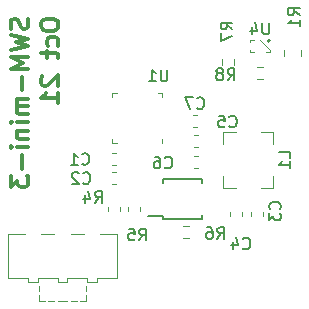
<source format=gbr>
%TF.GenerationSoftware,KiCad,Pcbnew,(5.1.10)-1*%
%TF.CreationDate,2021-10-03T20:24:18-05:00*%
%TF.ProjectId,wireless_measurement_ard,77697265-6c65-4737-935f-6d6561737572,rev?*%
%TF.SameCoordinates,Original*%
%TF.FileFunction,Legend,Bot*%
%TF.FilePolarity,Positive*%
%FSLAX46Y46*%
G04 Gerber Fmt 4.6, Leading zero omitted, Abs format (unit mm)*
G04 Created by KiCad (PCBNEW (5.1.10)-1) date 2021-10-03 20:24:18*
%MOMM*%
%LPD*%
G01*
G04 APERTURE LIST*
%ADD10C,0.300000*%
%ADD11C,0.120000*%
%ADD12C,0.200000*%
%ADD13C,0.150000*%
G04 APERTURE END LIST*
D10*
X112108142Y-75664714D02*
X112179571Y-75879000D01*
X112179571Y-76236142D01*
X112108142Y-76379000D01*
X112036714Y-76450428D01*
X111893857Y-76521857D01*
X111751000Y-76521857D01*
X111608142Y-76450428D01*
X111536714Y-76379000D01*
X111465285Y-76236142D01*
X111393857Y-75950428D01*
X111322428Y-75807571D01*
X111251000Y-75736142D01*
X111108142Y-75664714D01*
X110965285Y-75664714D01*
X110822428Y-75736142D01*
X110751000Y-75807571D01*
X110679571Y-75950428D01*
X110679571Y-76307571D01*
X110751000Y-76521857D01*
X110679571Y-77021857D02*
X112179571Y-77379000D01*
X111108142Y-77664714D01*
X112179571Y-77950428D01*
X110679571Y-78307571D01*
X112179571Y-78879000D02*
X110679571Y-78879000D01*
X111751000Y-79379000D01*
X110679571Y-79879000D01*
X112179571Y-79879000D01*
X111608142Y-80593285D02*
X111608142Y-81736142D01*
X112179571Y-82450428D02*
X111179571Y-82450428D01*
X111322428Y-82450428D02*
X111251000Y-82521857D01*
X111179571Y-82664714D01*
X111179571Y-82879000D01*
X111251000Y-83021857D01*
X111393857Y-83093285D01*
X112179571Y-83093285D01*
X111393857Y-83093285D02*
X111251000Y-83164714D01*
X111179571Y-83307571D01*
X111179571Y-83521857D01*
X111251000Y-83664714D01*
X111393857Y-83736142D01*
X112179571Y-83736142D01*
X112179571Y-84450428D02*
X111179571Y-84450428D01*
X110679571Y-84450428D02*
X110751000Y-84379000D01*
X110822428Y-84450428D01*
X110751000Y-84521857D01*
X110679571Y-84450428D01*
X110822428Y-84450428D01*
X111179571Y-85164714D02*
X112179571Y-85164714D01*
X111322428Y-85164714D02*
X111251000Y-85236142D01*
X111179571Y-85379000D01*
X111179571Y-85593285D01*
X111251000Y-85736142D01*
X111393857Y-85807571D01*
X112179571Y-85807571D01*
X112179571Y-86521857D02*
X111179571Y-86521857D01*
X110679571Y-86521857D02*
X110751000Y-86450428D01*
X110822428Y-86521857D01*
X110751000Y-86593285D01*
X110679571Y-86521857D01*
X110822428Y-86521857D01*
X111608142Y-87236142D02*
X111608142Y-88379000D01*
X110679571Y-88950428D02*
X110679571Y-89879000D01*
X111251000Y-89379000D01*
X111251000Y-89593285D01*
X111322428Y-89736142D01*
X111393857Y-89807571D01*
X111536714Y-89879000D01*
X111893857Y-89879000D01*
X112036714Y-89807571D01*
X112108142Y-89736142D01*
X112179571Y-89593285D01*
X112179571Y-89164714D01*
X112108142Y-89021857D01*
X112036714Y-88950428D01*
X113229571Y-76021857D02*
X113229571Y-76307571D01*
X113301000Y-76450428D01*
X113443857Y-76593285D01*
X113729571Y-76664714D01*
X114229571Y-76664714D01*
X114515285Y-76593285D01*
X114658142Y-76450428D01*
X114729571Y-76307571D01*
X114729571Y-76021857D01*
X114658142Y-75879000D01*
X114515285Y-75736142D01*
X114229571Y-75664714D01*
X113729571Y-75664714D01*
X113443857Y-75736142D01*
X113301000Y-75879000D01*
X113229571Y-76021857D01*
X114658142Y-77950428D02*
X114729571Y-77807571D01*
X114729571Y-77521857D01*
X114658142Y-77379000D01*
X114586714Y-77307571D01*
X114443857Y-77236142D01*
X114015285Y-77236142D01*
X113872428Y-77307571D01*
X113801000Y-77379000D01*
X113729571Y-77521857D01*
X113729571Y-77807571D01*
X113801000Y-77950428D01*
X113729571Y-78379000D02*
X113729571Y-78950428D01*
X113229571Y-78593285D02*
X114515285Y-78593285D01*
X114658142Y-78664714D01*
X114729571Y-78807571D01*
X114729571Y-78950428D01*
X113372428Y-80521857D02*
X113301000Y-80593285D01*
X113229571Y-80736142D01*
X113229571Y-81093285D01*
X113301000Y-81236142D01*
X113372428Y-81307571D01*
X113515285Y-81379000D01*
X113658142Y-81379000D01*
X113872428Y-81307571D01*
X114729571Y-80450428D01*
X114729571Y-81379000D01*
X114729571Y-82807571D02*
X114729571Y-81950428D01*
X114729571Y-82379000D02*
X113229571Y-82379000D01*
X113443857Y-82236142D01*
X113586714Y-82093285D01*
X113658142Y-81950428D01*
D11*
%TO.C,U4*%
X131317900Y-77424100D02*
X130950900Y-77424100D01*
X130950900Y-77424100D02*
X130950900Y-77636100D01*
X131317900Y-77424100D02*
X130950900Y-77424100D01*
X130950900Y-77424100D02*
X130950900Y-77636100D01*
X131317900Y-78512100D02*
X130950900Y-78512100D01*
X130950900Y-78512100D02*
X130950900Y-78300100D01*
X131317900Y-77424100D02*
X130950900Y-77424100D01*
X130950900Y-77424100D02*
X130950900Y-77636100D01*
X132291900Y-78512100D02*
X132658900Y-78512100D01*
X132658900Y-78512100D02*
X132658900Y-78300100D01*
X131804900Y-77424100D02*
X132658900Y-78278100D01*
D12*
X132638900Y-77544100D02*
G75*
G03*
X132638900Y-77544100I-100000J0D01*
G01*
D11*
%TO.C,R1*%
X135279200Y-78839852D02*
X135279200Y-78317348D01*
X133859200Y-78839852D02*
X133859200Y-78317348D01*
%TO.C,R7*%
X128573000Y-79109476D02*
X128573000Y-79618924D01*
X129618000Y-79109476D02*
X129618000Y-79618924D01*
%TO.C,C7*%
X126446267Y-84810000D02*
X126153733Y-84810000D01*
X126446267Y-83790000D02*
X126153733Y-83790000D01*
%TO.C,SW1*%
X111862000Y-93858000D02*
X110462000Y-93858000D01*
X110462000Y-93858000D02*
X110462000Y-97658000D01*
X119662000Y-97658000D02*
X119662000Y-93858000D01*
X119662000Y-93858000D02*
X118262000Y-93858000D01*
X113262000Y-93858000D02*
X114362000Y-93858000D01*
X114362000Y-93858000D02*
X114362000Y-93858000D01*
X115762000Y-93858000D02*
X116862000Y-93858000D01*
X116862000Y-93858000D02*
X116862000Y-93858000D01*
X110462000Y-97658000D02*
X112162000Y-97658000D01*
X112162000Y-97658000D02*
X112162000Y-97958000D01*
X112162000Y-97958000D02*
X112962000Y-97958000D01*
X112962000Y-97958000D02*
X112962000Y-97658000D01*
X112962000Y-97658000D02*
X114662000Y-97658000D01*
X114662000Y-97658000D02*
X114662000Y-97958000D01*
X114662000Y-97958000D02*
X115462000Y-97958000D01*
X115462000Y-97958000D02*
X115462000Y-97658000D01*
X115462000Y-97658000D02*
X117162000Y-97658000D01*
X117162000Y-97658000D02*
X117162000Y-97958000D01*
X117162000Y-97958000D02*
X117962000Y-97958000D01*
X117962000Y-97958000D02*
X117962000Y-97658000D01*
X117962000Y-97658000D02*
X119662000Y-97658000D01*
X119662000Y-97658000D02*
X119662000Y-97658000D01*
X117062000Y-99558000D02*
X117062000Y-99058000D01*
X117062000Y-99058000D02*
X117062000Y-99058000D01*
X117062000Y-99558000D02*
X116562000Y-99558000D01*
X116562000Y-99558000D02*
X116562000Y-99558000D01*
X113062000Y-99558000D02*
X113562000Y-99558000D01*
X113562000Y-99558000D02*
X113562000Y-99558000D01*
X113062000Y-99558000D02*
X113062000Y-99058000D01*
X113062000Y-99058000D02*
X113062000Y-99058000D01*
X113062000Y-98758000D02*
X113062000Y-98258000D01*
X113062000Y-98258000D02*
X113062000Y-98258000D01*
X117062000Y-98758000D02*
X117062000Y-98258000D01*
X117062000Y-98258000D02*
X117062000Y-98258000D01*
X116262000Y-99558000D02*
X115762000Y-99558000D01*
X115762000Y-99558000D02*
X115762000Y-99558000D01*
X113862000Y-99558000D02*
X114362000Y-99558000D01*
X114362000Y-99558000D02*
X114362000Y-99558000D01*
X114662000Y-99558000D02*
X115462000Y-99558000D01*
X115462000Y-99558000D02*
X115462000Y-99558000D01*
%TO.C,U1*%
X123522000Y-82314000D02*
X123522000Y-81964000D01*
X123522000Y-81964000D02*
X123172000Y-81964000D01*
X119302000Y-85834000D02*
X119302000Y-86184000D01*
X119302000Y-86184000D02*
X119652000Y-86184000D01*
X119302000Y-82314000D02*
X119302000Y-81964000D01*
X119302000Y-81964000D02*
X119652000Y-81964000D01*
X123522000Y-85834000D02*
X123522000Y-86184000D01*
%TO.C,R8*%
X132057224Y-79754200D02*
X131547776Y-79754200D01*
X132057224Y-80799200D02*
X131547776Y-80799200D01*
%TO.C,L1*%
X128700000Y-85245000D02*
X129725000Y-85245000D01*
X128700000Y-85245000D02*
X128700000Y-86270000D01*
X128700000Y-90015000D02*
X128700000Y-88990000D01*
X128700000Y-90015000D02*
X129725000Y-90015000D01*
X132920000Y-90015000D02*
X131895000Y-90015000D01*
X132920000Y-85245000D02*
X131895000Y-85245000D01*
X132920000Y-90015000D02*
X132920000Y-88990000D01*
X132920000Y-85245000D02*
X132920000Y-86270000D01*
D13*
%TO.C,U3*%
X123547000Y-92607000D02*
X123547000Y-92382000D01*
X126897000Y-92607000D02*
X126897000Y-92307000D01*
X126897000Y-89257000D02*
X126897000Y-89557000D01*
X123547000Y-89257000D02*
X123547000Y-89557000D01*
X123547000Y-92607000D02*
X126897000Y-92607000D01*
X123547000Y-89257000D02*
X126897000Y-89257000D01*
X123547000Y-92382000D02*
X122322000Y-92382000D01*
D11*
%TO.C,R6*%
X125244776Y-94248500D02*
X125754224Y-94248500D01*
X125244776Y-93203500D02*
X125754224Y-93203500D01*
%TO.C,C6*%
X126179733Y-88267000D02*
X126522267Y-88267000D01*
X126179733Y-87247000D02*
X126522267Y-87247000D01*
%TO.C,C5*%
X126179733Y-86489000D02*
X126522267Y-86489000D01*
X126179733Y-85469000D02*
X126522267Y-85469000D01*
%TO.C,R5*%
X121617200Y-91941467D02*
X121617200Y-91598933D01*
X120597200Y-91941467D02*
X120597200Y-91598933D01*
%TO.C,R4*%
X118895400Y-91587533D02*
X118895400Y-91930067D01*
X119915400Y-91587533D02*
X119915400Y-91930067D01*
%TO.C,C3*%
X131062000Y-92044733D02*
X131062000Y-92387267D01*
X132082000Y-92044733D02*
X132082000Y-92387267D01*
%TO.C,C2*%
X119562667Y-88618600D02*
X119220133Y-88618600D01*
X119562667Y-89638600D02*
X119220133Y-89638600D01*
%TO.C,C4*%
X129284000Y-92030733D02*
X129284000Y-92373267D01*
X130304000Y-92030733D02*
X130304000Y-92373267D01*
%TO.C,C1*%
X119565267Y-87043800D02*
X119222733Y-87043800D01*
X119565267Y-88063800D02*
X119222733Y-88063800D01*
%TO.C,U4*%
D13*
X132566804Y-75996480D02*
X132566804Y-76806004D01*
X132519185Y-76901242D01*
X132471566Y-76948861D01*
X132376328Y-76996480D01*
X132185852Y-76996480D01*
X132090614Y-76948861D01*
X132042995Y-76901242D01*
X131995376Y-76806004D01*
X131995376Y-75996480D01*
X131090614Y-76329814D02*
X131090614Y-76996480D01*
X131328709Y-75948861D02*
X131566804Y-76663147D01*
X130947757Y-76663147D01*
%TO.C,R1*%
X135148580Y-75367633D02*
X134672390Y-75034300D01*
X135148580Y-74796204D02*
X134148580Y-74796204D01*
X134148580Y-75177157D01*
X134196200Y-75272395D01*
X134243819Y-75320014D01*
X134339057Y-75367633D01*
X134481914Y-75367633D01*
X134577152Y-75320014D01*
X134624771Y-75272395D01*
X134672390Y-75177157D01*
X134672390Y-74796204D01*
X135148580Y-76320014D02*
X135148580Y-75748585D01*
X135148580Y-76034300D02*
X134148580Y-76034300D01*
X134291438Y-75939061D01*
X134386676Y-75843823D01*
X134434295Y-75748585D01*
%TO.C,R7*%
X129458980Y-76557833D02*
X128982790Y-76224500D01*
X129458980Y-75986404D02*
X128458980Y-75986404D01*
X128458980Y-76367357D01*
X128506600Y-76462595D01*
X128554219Y-76510214D01*
X128649457Y-76557833D01*
X128792314Y-76557833D01*
X128887552Y-76510214D01*
X128935171Y-76462595D01*
X128982790Y-76367357D01*
X128982790Y-75986404D01*
X128458980Y-76891166D02*
X128458980Y-77557833D01*
X129458980Y-77129261D01*
%TO.C,C7*%
X126466666Y-83227142D02*
X126514285Y-83274761D01*
X126657142Y-83322380D01*
X126752380Y-83322380D01*
X126895238Y-83274761D01*
X126990476Y-83179523D01*
X127038095Y-83084285D01*
X127085714Y-82893809D01*
X127085714Y-82750952D01*
X127038095Y-82560476D01*
X126990476Y-82465238D01*
X126895238Y-82370000D01*
X126752380Y-82322380D01*
X126657142Y-82322380D01*
X126514285Y-82370000D01*
X126466666Y-82417619D01*
X126133333Y-82322380D02*
X125466666Y-82322380D01*
X125895238Y-83322380D01*
%TO.C,U1*%
X123951904Y-79970380D02*
X123951904Y-80779904D01*
X123904285Y-80875142D01*
X123856666Y-80922761D01*
X123761428Y-80970380D01*
X123570952Y-80970380D01*
X123475714Y-80922761D01*
X123428095Y-80875142D01*
X123380476Y-80779904D01*
X123380476Y-79970380D01*
X122380476Y-80970380D02*
X122951904Y-80970380D01*
X122666190Y-80970380D02*
X122666190Y-79970380D01*
X122761428Y-80113238D01*
X122856666Y-80208476D01*
X122951904Y-80256095D01*
%TO.C,R8*%
X129050066Y-80868780D02*
X129383400Y-80392590D01*
X129621495Y-80868780D02*
X129621495Y-79868780D01*
X129240542Y-79868780D01*
X129145304Y-79916400D01*
X129097685Y-79964019D01*
X129050066Y-80059257D01*
X129050066Y-80202114D01*
X129097685Y-80297352D01*
X129145304Y-80344971D01*
X129240542Y-80392590D01*
X129621495Y-80392590D01*
X128478638Y-80297352D02*
X128573876Y-80249733D01*
X128621495Y-80202114D01*
X128669114Y-80106876D01*
X128669114Y-80059257D01*
X128621495Y-79964019D01*
X128573876Y-79916400D01*
X128478638Y-79868780D01*
X128288161Y-79868780D01*
X128192923Y-79916400D01*
X128145304Y-79964019D01*
X128097685Y-80059257D01*
X128097685Y-80106876D01*
X128145304Y-80202114D01*
X128192923Y-80249733D01*
X128288161Y-80297352D01*
X128478638Y-80297352D01*
X128573876Y-80344971D01*
X128621495Y-80392590D01*
X128669114Y-80487828D01*
X128669114Y-80678304D01*
X128621495Y-80773542D01*
X128573876Y-80821161D01*
X128478638Y-80868780D01*
X128288161Y-80868780D01*
X128192923Y-80821161D01*
X128145304Y-80773542D01*
X128097685Y-80678304D01*
X128097685Y-80487828D01*
X128145304Y-80392590D01*
X128192923Y-80344971D01*
X128288161Y-80297352D01*
%TO.C,L1*%
X134362380Y-87463333D02*
X134362380Y-86987142D01*
X133362380Y-86987142D01*
X134362380Y-88320476D02*
X134362380Y-87749047D01*
X134362380Y-88034761D02*
X133362380Y-88034761D01*
X133505238Y-87939523D01*
X133600476Y-87844285D01*
X133648095Y-87749047D01*
%TO.C,R6*%
X128182666Y-94305380D02*
X128516000Y-93829190D01*
X128754095Y-94305380D02*
X128754095Y-93305380D01*
X128373142Y-93305380D01*
X128277904Y-93353000D01*
X128230285Y-93400619D01*
X128182666Y-93495857D01*
X128182666Y-93638714D01*
X128230285Y-93733952D01*
X128277904Y-93781571D01*
X128373142Y-93829190D01*
X128754095Y-93829190D01*
X127325523Y-93305380D02*
X127516000Y-93305380D01*
X127611238Y-93353000D01*
X127658857Y-93400619D01*
X127754095Y-93543476D01*
X127801714Y-93733952D01*
X127801714Y-94114904D01*
X127754095Y-94210142D01*
X127706476Y-94257761D01*
X127611238Y-94305380D01*
X127420761Y-94305380D01*
X127325523Y-94257761D01*
X127277904Y-94210142D01*
X127230285Y-94114904D01*
X127230285Y-93876809D01*
X127277904Y-93781571D01*
X127325523Y-93733952D01*
X127420761Y-93686333D01*
X127611238Y-93686333D01*
X127706476Y-93733952D01*
X127754095Y-93781571D01*
X127801714Y-93876809D01*
%TO.C,C6*%
X123737666Y-88241142D02*
X123785285Y-88288761D01*
X123928142Y-88336380D01*
X124023380Y-88336380D01*
X124166238Y-88288761D01*
X124261476Y-88193523D01*
X124309095Y-88098285D01*
X124356714Y-87907809D01*
X124356714Y-87764952D01*
X124309095Y-87574476D01*
X124261476Y-87479238D01*
X124166238Y-87384000D01*
X124023380Y-87336380D01*
X123928142Y-87336380D01*
X123785285Y-87384000D01*
X123737666Y-87431619D01*
X122880523Y-87336380D02*
X123071000Y-87336380D01*
X123166238Y-87384000D01*
X123213857Y-87431619D01*
X123309095Y-87574476D01*
X123356714Y-87764952D01*
X123356714Y-88145904D01*
X123309095Y-88241142D01*
X123261476Y-88288761D01*
X123166238Y-88336380D01*
X122975761Y-88336380D01*
X122880523Y-88288761D01*
X122832904Y-88241142D01*
X122785285Y-88145904D01*
X122785285Y-87907809D01*
X122832904Y-87812571D01*
X122880523Y-87764952D01*
X122975761Y-87717333D01*
X123166238Y-87717333D01*
X123261476Y-87764952D01*
X123309095Y-87812571D01*
X123356714Y-87907809D01*
%TO.C,C5*%
X129198666Y-84774042D02*
X129246285Y-84821661D01*
X129389142Y-84869280D01*
X129484380Y-84869280D01*
X129627238Y-84821661D01*
X129722476Y-84726423D01*
X129770095Y-84631185D01*
X129817714Y-84440709D01*
X129817714Y-84297852D01*
X129770095Y-84107376D01*
X129722476Y-84012138D01*
X129627238Y-83916900D01*
X129484380Y-83869280D01*
X129389142Y-83869280D01*
X129246285Y-83916900D01*
X129198666Y-83964519D01*
X128293904Y-83869280D02*
X128770095Y-83869280D01*
X128817714Y-84345471D01*
X128770095Y-84297852D01*
X128674857Y-84250233D01*
X128436761Y-84250233D01*
X128341523Y-84297852D01*
X128293904Y-84345471D01*
X128246285Y-84440709D01*
X128246285Y-84678804D01*
X128293904Y-84774042D01*
X128341523Y-84821661D01*
X128436761Y-84869280D01*
X128674857Y-84869280D01*
X128770095Y-84821661D01*
X128817714Y-84774042D01*
%TO.C,R5*%
X121565966Y-94432380D02*
X121899300Y-93956190D01*
X122137395Y-94432380D02*
X122137395Y-93432380D01*
X121756442Y-93432380D01*
X121661204Y-93480000D01*
X121613585Y-93527619D01*
X121565966Y-93622857D01*
X121565966Y-93765714D01*
X121613585Y-93860952D01*
X121661204Y-93908571D01*
X121756442Y-93956190D01*
X122137395Y-93956190D01*
X120661204Y-93432380D02*
X121137395Y-93432380D01*
X121185014Y-93908571D01*
X121137395Y-93860952D01*
X121042157Y-93813333D01*
X120804061Y-93813333D01*
X120708823Y-93860952D01*
X120661204Y-93908571D01*
X120613585Y-94003809D01*
X120613585Y-94241904D01*
X120661204Y-94337142D01*
X120708823Y-94384761D01*
X120804061Y-94432380D01*
X121042157Y-94432380D01*
X121137395Y-94384761D01*
X121185014Y-94337142D01*
%TO.C,R4*%
X117819466Y-91270080D02*
X118152800Y-90793890D01*
X118390895Y-91270080D02*
X118390895Y-90270080D01*
X118009942Y-90270080D01*
X117914704Y-90317700D01*
X117867085Y-90365319D01*
X117819466Y-90460557D01*
X117819466Y-90603414D01*
X117867085Y-90698652D01*
X117914704Y-90746271D01*
X118009942Y-90793890D01*
X118390895Y-90793890D01*
X116962323Y-90603414D02*
X116962323Y-91270080D01*
X117200419Y-90222461D02*
X117438514Y-90936747D01*
X116819466Y-90936747D01*
%TO.C,C3*%
X133453142Y-91781333D02*
X133500761Y-91733714D01*
X133548380Y-91590857D01*
X133548380Y-91495619D01*
X133500761Y-91352761D01*
X133405523Y-91257523D01*
X133310285Y-91209904D01*
X133119809Y-91162285D01*
X132976952Y-91162285D01*
X132786476Y-91209904D01*
X132691238Y-91257523D01*
X132596000Y-91352761D01*
X132548380Y-91495619D01*
X132548380Y-91590857D01*
X132596000Y-91733714D01*
X132643619Y-91781333D01*
X132548380Y-92114666D02*
X132548380Y-92733714D01*
X132929333Y-92400380D01*
X132929333Y-92543238D01*
X132976952Y-92638476D01*
X133024571Y-92686095D01*
X133119809Y-92733714D01*
X133357904Y-92733714D01*
X133453142Y-92686095D01*
X133500761Y-92638476D01*
X133548380Y-92543238D01*
X133548380Y-92257523D01*
X133500761Y-92162285D01*
X133453142Y-92114666D01*
%TO.C,C2*%
X116816166Y-89574642D02*
X116863785Y-89622261D01*
X117006642Y-89669880D01*
X117101880Y-89669880D01*
X117244738Y-89622261D01*
X117339976Y-89527023D01*
X117387595Y-89431785D01*
X117435214Y-89241309D01*
X117435214Y-89098452D01*
X117387595Y-88907976D01*
X117339976Y-88812738D01*
X117244738Y-88717500D01*
X117101880Y-88669880D01*
X117006642Y-88669880D01*
X116863785Y-88717500D01*
X116816166Y-88765119D01*
X116435214Y-88765119D02*
X116387595Y-88717500D01*
X116292357Y-88669880D01*
X116054261Y-88669880D01*
X115959023Y-88717500D01*
X115911404Y-88765119D01*
X115863785Y-88860357D01*
X115863785Y-88955595D01*
X115911404Y-89098452D01*
X116482833Y-89669880D01*
X115863785Y-89669880D01*
%TO.C,C4*%
X130341666Y-95099142D02*
X130389285Y-95146761D01*
X130532142Y-95194380D01*
X130627380Y-95194380D01*
X130770238Y-95146761D01*
X130865476Y-95051523D01*
X130913095Y-94956285D01*
X130960714Y-94765809D01*
X130960714Y-94622952D01*
X130913095Y-94432476D01*
X130865476Y-94337238D01*
X130770238Y-94242000D01*
X130627380Y-94194380D01*
X130532142Y-94194380D01*
X130389285Y-94242000D01*
X130341666Y-94289619D01*
X129484523Y-94527714D02*
X129484523Y-95194380D01*
X129722619Y-94146761D02*
X129960714Y-94861047D01*
X129341666Y-94861047D01*
%TO.C,C1*%
X116727266Y-87949042D02*
X116774885Y-87996661D01*
X116917742Y-88044280D01*
X117012980Y-88044280D01*
X117155838Y-87996661D01*
X117251076Y-87901423D01*
X117298695Y-87806185D01*
X117346314Y-87615709D01*
X117346314Y-87472852D01*
X117298695Y-87282376D01*
X117251076Y-87187138D01*
X117155838Y-87091900D01*
X117012980Y-87044280D01*
X116917742Y-87044280D01*
X116774885Y-87091900D01*
X116727266Y-87139519D01*
X115774885Y-88044280D02*
X116346314Y-88044280D01*
X116060600Y-88044280D02*
X116060600Y-87044280D01*
X116155838Y-87187138D01*
X116251076Y-87282376D01*
X116346314Y-87329995D01*
%TD*%
M02*

</source>
